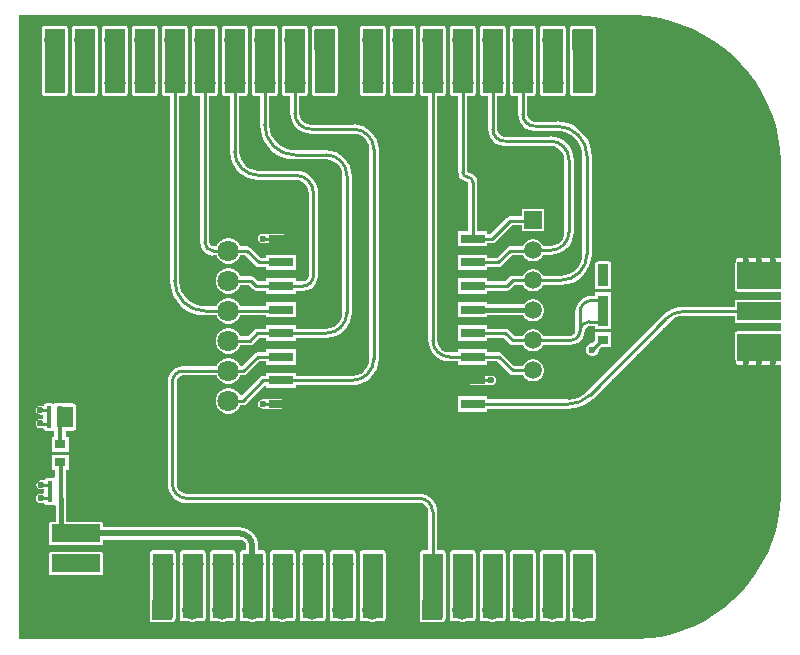
<source format=gtl>
G04*
G04 #@! TF.GenerationSoftware,Altium Limited,Altium Designer,25.6.2 (33)*
G04*
G04 Layer_Physical_Order=1*
G04 Layer_Color=255*
%FSLAX44Y44*%
%MOMM*%
G71*
G04*
G04 #@! TF.SameCoordinates,9B6F8C68-430D-48FD-858A-4A9C4FCAB163*
G04*
G04*
G04 #@! TF.FilePolarity,Positive*
G04*
G01*
G75*
%ADD12C,0.2540*%
%ADD15R,0.8890X0.7620*%
%ADD16R,0.4572X0.6350*%
%ADD17R,3.7000X1.5000*%
%ADD18R,2.0000X0.8000*%
%ADD31C,0.6000*%
%ADD32C,0.5080*%
%ADD33C,0.3810*%
%ADD34R,0.8890X1.8426*%
%ADD35R,0.8892X2.6162*%
%ADD36R,1.6764X5.5228*%
%ADD37R,1.6764X5.4720*%
%ADD38R,3.7000X2.2918*%
%ADD39R,1.3208X1.7780*%
%ADD40R,0.4572X1.7780*%
%ADD41R,0.4572X3.2131*%
%ADD42R,0.4572X3.3651*%
%ADD43R,4.0400X1.5000*%
%ADD44R,1.5000X1.5000*%
%ADD45C,1.5000*%
%ADD46R,1.8000X1.8000*%
%ADD47C,1.8000*%
%ADD48R,1.6764X1.6764*%
%ADD49C,1.6764*%
%ADD50R,1.8000X1.8000*%
%ADD51R,1.5000X1.5000*%
G36*
X519938Y530860D02*
X524958Y530860D01*
X534967Y530072D01*
X544883Y528502D01*
X554645Y526158D01*
X564193Y523056D01*
X573468Y519214D01*
X582414Y514656D01*
X590974Y509410D01*
X599096Y503509D01*
X606730Y496989D01*
X613829Y489890D01*
X620349Y482256D01*
X626250Y474133D01*
X631496Y465573D01*
X636054Y456628D01*
X639896Y447352D01*
X642998Y437804D01*
X645342Y428042D01*
X646912Y418126D01*
X647700Y408117D01*
X647700Y403098D01*
X647700Y403098D01*
X647700Y403098D01*
X647700Y325170D01*
X610928D01*
X609937Y324973D01*
X609097Y324411D01*
X608535Y323571D01*
X608338Y322580D01*
Y299662D01*
X608535Y298671D01*
X609097Y297831D01*
X609937Y297269D01*
X610928Y297072D01*
X647700D01*
Y290202D01*
X608388D01*
Y284047D01*
X564776D01*
Y284087D01*
X560119Y283628D01*
X555641Y282270D01*
X551514Y280064D01*
X547897Y277095D01*
X547925Y277067D01*
X482825Y211966D01*
X482727Y211819D01*
X479593Y209248D01*
X475864Y207255D01*
X471818Y206028D01*
X467784Y205630D01*
X467611Y205665D01*
X399102D01*
Y208320D01*
X374022D01*
Y195240D01*
X399102D01*
Y197895D01*
X467611D01*
Y197880D01*
X472195Y198240D01*
X476665Y199314D01*
X480913Y201073D01*
X484833Y203475D01*
X488329Y206462D01*
X488318Y206473D01*
X553419Y271573D01*
X553467Y271645D01*
X555839Y273591D01*
X558620Y275078D01*
X561638Y275993D01*
X564691Y276294D01*
X564776Y276277D01*
X608388D01*
Y270122D01*
X647700D01*
Y263252D01*
X610928D01*
X609937Y263055D01*
X609097Y262493D01*
X608535Y261653D01*
X608338Y260662D01*
Y237744D01*
X608535Y236753D01*
X609097Y235913D01*
X609937Y235351D01*
X610928Y235154D01*
X647700D01*
X647700Y128524D01*
X647700Y123574D01*
X646923Y113705D01*
X645375Y103927D01*
X643064Y94300D01*
X640004Y84885D01*
X636216Y75739D01*
X631721Y66918D01*
X626549Y58477D01*
X620730Y50468D01*
X614300Y42940D01*
X607300Y35940D01*
X599772Y29510D01*
X591763Y23691D01*
X583322Y18519D01*
X574501Y14024D01*
X565355Y10236D01*
X555939Y7176D01*
X546313Y4865D01*
X536535Y3317D01*
X526666Y2540D01*
X521716Y2540D01*
X2540D01*
Y530860D01*
X519938Y530860D01*
D02*
G37*
%LPC*%
G36*
X488188Y522274D02*
X471424D01*
X470433Y522077D01*
X469593Y521515D01*
X469031Y520675D01*
X468834Y519684D01*
Y464964D01*
X469028Y463990D01*
Y463186D01*
X469557D01*
X469593Y463133D01*
X470433Y462571D01*
X471424Y462374D01*
X488188D01*
X489179Y462571D01*
X490019Y463133D01*
X490055Y463186D01*
X490584D01*
Y463990D01*
X490778Y464964D01*
Y519684D01*
X490581Y520675D01*
X490019Y521515D01*
X489179Y522077D01*
X488188Y522274D01*
D02*
G37*
G36*
X462788D02*
X446024D01*
X445033Y522077D01*
X444193Y521515D01*
X443631Y520675D01*
X443434Y519684D01*
Y464964D01*
X443631Y463973D01*
X444193Y463133D01*
X445033Y462571D01*
X446024Y462374D01*
X462788D01*
X463779Y462571D01*
X464619Y463133D01*
X465181Y463973D01*
X465378Y464964D01*
Y519684D01*
X465181Y520675D01*
X464619Y521515D01*
X463779Y522077D01*
X462788Y522274D01*
D02*
G37*
G36*
X335788D02*
X319024D01*
X318033Y522077D01*
X317193Y521515D01*
X316631Y520675D01*
X316434Y519684D01*
Y464964D01*
X316631Y463973D01*
X317193Y463133D01*
X318033Y462571D01*
X319024Y462374D01*
X335788D01*
X336779Y462571D01*
X337619Y463133D01*
X338181Y463973D01*
X338378Y464964D01*
Y519684D01*
X338181Y520675D01*
X337619Y521515D01*
X336779Y522077D01*
X335788Y522274D01*
D02*
G37*
G36*
X310388D02*
X293624D01*
X292633Y522077D01*
X291793Y521515D01*
X291231Y520675D01*
X291034Y519684D01*
Y464964D01*
X291231Y463973D01*
X291793Y463133D01*
X292633Y462571D01*
X293624Y462374D01*
X310388D01*
X311379Y462571D01*
X312219Y463133D01*
X312781Y463973D01*
X312978Y464964D01*
Y519684D01*
X312781Y520675D01*
X312219Y521515D01*
X311379Y522077D01*
X310388Y522274D01*
D02*
G37*
G36*
X269748D02*
X252984D01*
X251993Y522077D01*
X251153Y521515D01*
X250591Y520675D01*
X250394Y519684D01*
Y464964D01*
X250588Y463989D01*
Y463186D01*
X251117D01*
X251153Y463133D01*
X251993Y462571D01*
X252984Y462374D01*
X269748D01*
X270739Y462571D01*
X271579Y463133D01*
X271615Y463186D01*
X272144D01*
Y463990D01*
X272338Y464964D01*
Y519684D01*
X272141Y520675D01*
X271579Y521515D01*
X270739Y522077D01*
X269748Y522274D01*
D02*
G37*
G36*
X117348D02*
X100584D01*
X99593Y522077D01*
X98753Y521515D01*
X98191Y520675D01*
X97994Y519684D01*
Y464964D01*
X98191Y463973D01*
X98753Y463133D01*
X99593Y462571D01*
X100584Y462374D01*
X117348D01*
X118339Y462571D01*
X119179Y463133D01*
X119740Y463973D01*
X119938Y464964D01*
Y519684D01*
X119740Y520675D01*
X119179Y521515D01*
X118339Y522077D01*
X117348Y522274D01*
D02*
G37*
G36*
X91948D02*
X75184D01*
X74193Y522077D01*
X73353Y521515D01*
X72791Y520675D01*
X72594Y519684D01*
Y464964D01*
X72791Y463973D01*
X73353Y463133D01*
X74193Y462571D01*
X75184Y462374D01*
X91948D01*
X92939Y462571D01*
X93779Y463133D01*
X94341Y463973D01*
X94538Y464964D01*
Y519684D01*
X94341Y520675D01*
X93779Y521515D01*
X92939Y522077D01*
X91948Y522274D01*
D02*
G37*
G36*
X66548D02*
X49784D01*
X48793Y522077D01*
X47953Y521515D01*
X47391Y520675D01*
X47194Y519684D01*
Y464964D01*
X47391Y463973D01*
X47953Y463133D01*
X48793Y462571D01*
X49784Y462374D01*
X66548D01*
X67539Y462571D01*
X68379Y463133D01*
X68941Y463973D01*
X69138Y464964D01*
Y519684D01*
X68941Y520675D01*
X68379Y521515D01*
X67539Y522077D01*
X66548Y522274D01*
D02*
G37*
G36*
X41148D02*
X24384D01*
X23393Y522077D01*
X22553Y521515D01*
X21991Y520675D01*
X21794Y519684D01*
Y464964D01*
X21991Y463973D01*
X22553Y463133D01*
X23393Y462571D01*
X24384Y462374D01*
X41148D01*
X42139Y462571D01*
X42979Y463133D01*
X43541Y463973D01*
X43738Y464964D01*
Y519684D01*
X43541Y520675D01*
X42979Y521515D01*
X42139Y522077D01*
X41148Y522274D01*
D02*
G37*
G36*
X386588D02*
X369824D01*
X368833Y522077D01*
X367993Y521515D01*
X367431Y520675D01*
X367234Y519684D01*
Y464964D01*
X367431Y463973D01*
X367993Y463133D01*
X368833Y462571D01*
X369824Y462374D01*
X374321D01*
Y398272D01*
X374335Y398205D01*
X374605Y396150D01*
X375424Y394173D01*
X376727Y392475D01*
X378425Y391172D01*
X380402Y390353D01*
X382457Y390083D01*
X382524Y390069D01*
Y390025D01*
X382601Y389993D01*
X382633Y389916D01*
X382677D01*
Y348320D01*
X374022D01*
Y335240D01*
X399102D01*
Y337895D01*
X402994D01*
X404481Y338191D01*
X405741Y339033D01*
X419693Y352985D01*
X428364D01*
Y348100D01*
X446920D01*
Y366656D01*
X428364D01*
Y360755D01*
X418084D01*
X416597Y360459D01*
X415337Y359617D01*
X401385Y345665D01*
X399102D01*
Y348320D01*
X390447D01*
Y389916D01*
X390426Y390019D01*
X390170Y391965D01*
X389379Y393874D01*
X388121Y395513D01*
X386482Y396771D01*
X384573Y397562D01*
X382627Y397818D01*
X382524Y397839D01*
Y397860D01*
X382232Y397980D01*
X382112Y398272D01*
X382091D01*
Y462374D01*
X386588D01*
X387579Y462571D01*
X388419Y463133D01*
X388981Y463973D01*
X389178Y464964D01*
Y519684D01*
X388981Y520675D01*
X388419Y521515D01*
X387579Y522077D01*
X386588Y522274D01*
D02*
G37*
G36*
X224562Y345665D02*
X208788D01*
X207301Y345369D01*
X206041Y344527D01*
X205199Y343267D01*
X204903Y341780D01*
X205199Y340293D01*
X206041Y339033D01*
X207301Y338191D01*
X208788Y337895D01*
X224562D01*
X226049Y338191D01*
X227309Y339033D01*
X228151Y340293D01*
X228447Y341780D01*
X228151Y343267D01*
X227309Y344527D01*
X226049Y345369D01*
X224562Y345665D01*
D02*
G37*
G36*
X411988Y522274D02*
X395224D01*
X394233Y522077D01*
X393393Y521515D01*
X392831Y520675D01*
X392634Y519684D01*
Y464964D01*
X392831Y463973D01*
X393393Y463133D01*
X394233Y462571D01*
X395224Y462374D01*
X399721D01*
Y434594D01*
X399675D01*
X400156Y430947D01*
X401563Y427549D01*
X403802Y424631D01*
X406721Y422391D01*
X410119Y420984D01*
X413766Y420504D01*
Y420549D01*
X452374D01*
X452524Y420579D01*
X455457Y420193D01*
X458330Y419003D01*
X460798Y417110D01*
X462691Y414642D01*
X463881Y411769D01*
X464267Y408836D01*
X464237Y408686D01*
Y347472D01*
X464266Y347329D01*
X463887Y344455D01*
X462723Y341644D01*
X460871Y339229D01*
X458456Y337377D01*
X455645Y336213D01*
X452771Y335834D01*
X452628Y335863D01*
X446113D01*
X445066Y337675D01*
X443339Y339402D01*
X441223Y340624D01*
X438863Y341256D01*
X436421D01*
X434061Y340624D01*
X431945Y339402D01*
X430218Y337675D01*
X428996Y335559D01*
X428941Y335355D01*
X418084D01*
X416597Y335059D01*
X415337Y334217D01*
X406785Y325665D01*
X399102D01*
Y328320D01*
X374022D01*
Y315240D01*
X399102D01*
Y317895D01*
X408394D01*
X409881Y318191D01*
X411141Y319033D01*
X419693Y327585D01*
X429465D01*
X430218Y326281D01*
X431945Y324554D01*
X434061Y323332D01*
X436421Y322700D01*
X438863D01*
X441223Y323332D01*
X443339Y324554D01*
X445066Y326281D01*
X446113Y328093D01*
X452628D01*
Y328075D01*
X456412Y328447D01*
X460051Y329551D01*
X463405Y331344D01*
X466344Y333756D01*
X468756Y336695D01*
X470549Y340049D01*
X471653Y343688D01*
X472025Y347472D01*
X472007D01*
Y408686D01*
X472027D01*
X471649Y412520D01*
X470531Y416207D01*
X468715Y419604D01*
X466270Y422583D01*
X463292Y425027D01*
X459895Y426843D01*
X456208Y427961D01*
X452374Y428339D01*
Y428319D01*
X413766D01*
X413591Y428284D01*
X411338Y428732D01*
X409280Y430107D01*
X407904Y432166D01*
X407456Y434419D01*
X407491Y434594D01*
Y462374D01*
X411988D01*
X412979Y462571D01*
X413819Y463133D01*
X414381Y463973D01*
X414578Y464964D01*
Y519684D01*
X414381Y520675D01*
X413819Y521515D01*
X412979Y522077D01*
X411988Y522274D01*
D02*
G37*
G36*
X168148D02*
X151384D01*
X150393Y522077D01*
X149553Y521515D01*
X148991Y520675D01*
X148794Y519684D01*
Y464964D01*
X148991Y463973D01*
X149553Y463133D01*
X150393Y462571D01*
X151384Y462374D01*
X155881D01*
Y338836D01*
X155860D01*
X156244Y335919D01*
X157370Y333200D01*
X159161Y330865D01*
X161496Y329074D01*
X164214Y327948D01*
X167132Y327564D01*
Y327585D01*
X169715D01*
X169788Y327310D01*
X171208Y324852D01*
X173214Y322845D01*
X175672Y321427D01*
X178413Y320692D01*
X181251D01*
X183992Y321427D01*
X186450Y322845D01*
X188456Y324852D01*
X189876Y327310D01*
X189949Y327585D01*
X194123D01*
X202675Y319033D01*
X203935Y318191D01*
X205422Y317895D01*
X212022D01*
Y315240D01*
X237102D01*
Y328320D01*
X212022D01*
Y325665D01*
X207031D01*
X198479Y334217D01*
X197219Y335059D01*
X195732Y335355D01*
X189949D01*
X189876Y335630D01*
X188456Y338088D01*
X186450Y340094D01*
X183992Y341513D01*
X181251Y342248D01*
X178413D01*
X175672Y341513D01*
X173214Y340094D01*
X171208Y338088D01*
X169788Y335630D01*
X169715Y335355D01*
X167132D01*
X167095Y335347D01*
X165794Y335606D01*
X164660Y336364D01*
X163902Y337498D01*
X163643Y338799D01*
X163651Y338836D01*
Y462374D01*
X168148D01*
X169139Y462571D01*
X169979Y463133D01*
X170541Y463973D01*
X170738Y464964D01*
Y519684D01*
X170541Y520675D01*
X169979Y521515D01*
X169139Y522077D01*
X168148Y522274D01*
D02*
G37*
G36*
X437388D02*
X420624D01*
X419633Y522077D01*
X418793Y521515D01*
X418231Y520675D01*
X418034Y519684D01*
Y464964D01*
X418231Y463973D01*
X418793Y463133D01*
X419633Y462571D01*
X420624Y462374D01*
X425121D01*
Y447294D01*
X425075D01*
X425556Y443647D01*
X426963Y440249D01*
X429202Y437331D01*
X432121Y435091D01*
X435519Y433684D01*
X439166Y433204D01*
Y433249D01*
X457962D01*
X458135Y433284D01*
X462169Y432887D01*
X466215Y431659D01*
X469944Y429666D01*
X473212Y426984D01*
X475894Y423716D01*
X477887Y419987D01*
X479114Y415942D01*
X479512Y411907D01*
X479477Y411734D01*
Y328676D01*
X479501Y328557D01*
X479162Y325116D01*
X478124Y321692D01*
X476437Y318538D01*
X474168Y315772D01*
X471403Y313503D01*
X468248Y311816D01*
X464824Y310778D01*
X461384Y310439D01*
X461264Y310463D01*
X446113D01*
X445066Y312275D01*
X443339Y314002D01*
X441223Y315224D01*
X438863Y315856D01*
X436421D01*
X434061Y315224D01*
X431945Y314002D01*
X430218Y312275D01*
X429171Y310463D01*
X420370D01*
X418883Y310167D01*
X417623Y309325D01*
X413963Y305665D01*
X399102D01*
Y308320D01*
X374022D01*
Y295240D01*
X399102D01*
Y297895D01*
X415572D01*
X417059Y298191D01*
X418319Y299033D01*
X421979Y302693D01*
X429171D01*
X430218Y300881D01*
X431945Y299154D01*
X434061Y297932D01*
X436421Y297300D01*
X438863D01*
X441223Y297932D01*
X443339Y299154D01*
X445066Y300881D01*
X446113Y302693D01*
X461264D01*
Y302643D01*
X466343Y303143D01*
X471227Y304624D01*
X475727Y307030D01*
X479672Y310268D01*
X482910Y314213D01*
X485316Y318713D01*
X486797Y323597D01*
X487297Y328676D01*
X487247D01*
Y411734D01*
X487262D01*
X486902Y416318D01*
X485828Y420788D01*
X484069Y425036D01*
X481666Y428956D01*
X478680Y432452D01*
X475184Y435438D01*
X471264Y437841D01*
X467016Y439600D01*
X462546Y440674D01*
X457962Y441034D01*
Y441019D01*
X439166D01*
X438991Y440984D01*
X436738Y441432D01*
X434679Y442808D01*
X433304Y444866D01*
X432856Y447119D01*
X432891Y447294D01*
Y462374D01*
X437388D01*
X438379Y462571D01*
X439219Y463133D01*
X439781Y463973D01*
X439978Y464964D01*
Y519684D01*
X439781Y520675D01*
X439219Y521515D01*
X438379Y522077D01*
X437388Y522274D01*
D02*
G37*
G36*
X193548D02*
X176784D01*
X175793Y522077D01*
X174953Y521515D01*
X174391Y520675D01*
X174194Y519684D01*
Y464964D01*
X174391Y463973D01*
X174953Y463133D01*
X175793Y462571D01*
X176784Y462374D01*
X181281D01*
Y415544D01*
X181241D01*
X181702Y410863D01*
X183067Y406363D01*
X185284Y402215D01*
X188267Y398579D01*
X191903Y395596D01*
X196051Y393379D01*
X200551Y392014D01*
X205232Y391553D01*
Y391593D01*
X236728D01*
X236858Y391619D01*
X239612Y391257D01*
X242300Y390143D01*
X244608Y388372D01*
X246379Y386064D01*
X247493Y383376D01*
X247855Y380622D01*
X247829Y380492D01*
Y310416D01*
X247849Y310316D01*
X247504Y308582D01*
X246466Y307028D01*
X244911Y305990D01*
X243178Y305645D01*
X243078Y305665D01*
X237102D01*
Y308320D01*
X212022D01*
Y305665D01*
X205035D01*
X201883Y308817D01*
X200623Y309659D01*
X199136Y309955D01*
X189949D01*
X189876Y310230D01*
X188456Y312688D01*
X186450Y314694D01*
X183992Y316113D01*
X181251Y316848D01*
X178413D01*
X175672Y316113D01*
X173214Y314694D01*
X171208Y312688D01*
X169788Y310230D01*
X169054Y307489D01*
Y304651D01*
X169788Y301910D01*
X171208Y299452D01*
X173214Y297446D01*
X175672Y296026D01*
X178413Y295292D01*
X181251D01*
X183992Y296026D01*
X186450Y297446D01*
X188456Y299452D01*
X189876Y301910D01*
X189949Y302185D01*
X197527D01*
X200679Y299033D01*
X201939Y298191D01*
X203426Y297895D01*
X212022D01*
Y295240D01*
X237102D01*
Y297895D01*
X243078D01*
Y297863D01*
X246327Y298290D01*
X249355Y299544D01*
X251955Y301539D01*
X253950Y304139D01*
X255204Y307167D01*
X255631Y310416D01*
X255599D01*
Y380492D01*
X255615D01*
X255252Y384177D01*
X254177Y387720D01*
X252432Y390985D01*
X250083Y393847D01*
X247221Y396196D01*
X243956Y397941D01*
X240413Y399016D01*
X236728Y399379D01*
Y399363D01*
X205232D01*
X205146Y399346D01*
X202070Y399648D01*
X199030Y400571D01*
X196228Y402068D01*
X193772Y404084D01*
X191756Y406540D01*
X190259Y409342D01*
X189336Y412382D01*
X189034Y415458D01*
X189051Y415544D01*
Y462374D01*
X193548D01*
X194539Y462571D01*
X195379Y463133D01*
X195940Y463973D01*
X196138Y464964D01*
Y519684D01*
X195940Y520675D01*
X195379Y521515D01*
X194539Y522077D01*
X193548Y522274D01*
D02*
G37*
G36*
X501523Y322513D02*
X492633D01*
X491642Y322316D01*
X490802Y321755D01*
X490240Y320914D01*
X490043Y319923D01*
Y301498D01*
X490093Y301248D01*
Y298958D01*
X492383D01*
X492633Y298908D01*
X501523D01*
X501773Y298958D01*
X504063D01*
Y301248D01*
X504113Y301498D01*
Y319923D01*
X503916Y320914D01*
X503354Y321755D01*
X502514Y322316D01*
X501523Y322513D01*
D02*
G37*
G36*
X501525Y296468D02*
X492633D01*
X492383Y296418D01*
X490093D01*
Y294128D01*
X490043Y293878D01*
Y293445D01*
X487426D01*
Y293488D01*
X483845Y293017D01*
X480509Y291635D01*
X477644Y289436D01*
X475445Y286571D01*
X474063Y283235D01*
X473592Y279654D01*
X473635D01*
Y264088D01*
X473611Y263906D01*
X473611D01*
X473428Y262712D01*
X473340Y262271D01*
X472414Y260884D01*
X471027Y259958D01*
X469467Y259648D01*
X469392Y259663D01*
X446113D01*
X445066Y261475D01*
X443339Y263202D01*
X441223Y264424D01*
X438863Y265056D01*
X436421D01*
X434061Y264424D01*
X431945Y263202D01*
X430218Y261475D01*
X429171Y259663D01*
X421979D01*
X417115Y264527D01*
X415855Y265369D01*
X414368Y265665D01*
X399102D01*
Y268320D01*
X374022D01*
Y255240D01*
X399102D01*
Y257895D01*
X412759D01*
X417623Y253031D01*
X418883Y252189D01*
X420370Y251893D01*
X429171D01*
X430218Y250081D01*
X431945Y248354D01*
X434061Y247132D01*
X436421Y246500D01*
X438863D01*
X441223Y247132D01*
X443339Y248354D01*
X445066Y250081D01*
X446113Y251893D01*
X469392D01*
Y251865D01*
X472509Y252275D01*
X475412Y253478D01*
X477906Y255392D01*
X479820Y257885D01*
X481023Y260790D01*
X481433Y263906D01*
X481433D01*
X481622Y265098D01*
X481671Y265343D01*
X482485Y266561D01*
X483703Y267375D01*
X485090Y267651D01*
X485140Y267641D01*
X490058D01*
X490095Y267458D01*
Y265176D01*
X492383D01*
X492633Y265126D01*
X501525D01*
X501775Y265176D01*
X504065D01*
Y267466D01*
X504114Y267716D01*
Y293878D01*
X504063Y294136D01*
Y296418D01*
X501775D01*
X501525Y296468D01*
D02*
G37*
G36*
X438863Y290456D02*
X436421D01*
X434061Y289824D01*
X431945Y288602D01*
X430218Y286875D01*
X429893Y286312D01*
X399102D01*
Y288320D01*
X374022D01*
Y275240D01*
X399102D01*
Y277248D01*
X429198D01*
X430218Y275481D01*
X431945Y273754D01*
X434061Y272532D01*
X436421Y271900D01*
X438863D01*
X441223Y272532D01*
X443339Y273754D01*
X445066Y275481D01*
X446288Y277597D01*
X446920Y279956D01*
Y282400D01*
X446288Y284759D01*
X445066Y286875D01*
X443339Y288602D01*
X441223Y289824D01*
X438863Y290456D01*
D02*
G37*
G36*
X142748Y522274D02*
X125984D01*
X124993Y522077D01*
X124153Y521515D01*
X123591Y520675D01*
X123394Y519684D01*
Y464964D01*
X123591Y463973D01*
X124153Y463133D01*
X124993Y462571D01*
X125984Y462374D01*
X130481D01*
Y306070D01*
X130466D01*
X130826Y301486D01*
X131900Y297016D01*
X133659Y292768D01*
X136062Y288848D01*
X139048Y285352D01*
X142544Y282366D01*
X146464Y279963D01*
X150712Y278204D01*
X155182Y277130D01*
X159766Y276770D01*
Y276785D01*
X169715D01*
X169788Y276510D01*
X171208Y274052D01*
X173214Y272045D01*
X175672Y270627D01*
X178413Y269892D01*
X181251D01*
X183992Y270627D01*
X186450Y272045D01*
X188456Y274052D01*
X189876Y276510D01*
X189949Y276785D01*
X212022D01*
Y275240D01*
X237102D01*
Y288320D01*
X212022D01*
Y284555D01*
X189949D01*
X189876Y284830D01*
X188456Y287288D01*
X186450Y289294D01*
X183992Y290714D01*
X181251Y291448D01*
X178413D01*
X175672Y290714D01*
X173214Y289294D01*
X171208Y287288D01*
X169788Y284830D01*
X169715Y284555D01*
X159766D01*
X159593Y284520D01*
X155559Y284918D01*
X151513Y286145D01*
X147784Y288138D01*
X144516Y290820D01*
X141834Y294088D01*
X139841Y297817D01*
X138614Y301863D01*
X138216Y305897D01*
X138251Y306070D01*
Y462374D01*
X142748D01*
X143739Y462571D01*
X144579Y463133D01*
X145140Y463973D01*
X145338Y464964D01*
Y519684D01*
X145140Y520675D01*
X144579Y521515D01*
X143739Y522077D01*
X142748Y522274D01*
D02*
G37*
G36*
X218948D02*
X202184D01*
X201193Y522077D01*
X200353Y521515D01*
X199791Y520675D01*
X199594Y519684D01*
Y464964D01*
X199791Y463973D01*
X200353Y463133D01*
X201193Y462571D01*
X202184Y462374D01*
X206681D01*
Y438150D01*
X206666D01*
X207026Y433566D01*
X208100Y429096D01*
X209859Y424848D01*
X212262Y420928D01*
X215248Y417432D01*
X218744Y414446D01*
X222664Y412043D01*
X226912Y410284D01*
X231382Y409210D01*
X235966Y408850D01*
Y408865D01*
X262636D01*
X262832Y408904D01*
X266183Y408463D01*
X269489Y407094D01*
X272328Y404916D01*
X274506Y402077D01*
X275875Y398771D01*
X276316Y395420D01*
X276277Y395224D01*
Y279306D01*
X276316Y279110D01*
X275875Y275759D01*
X274506Y272453D01*
X272328Y269614D01*
X269489Y267436D01*
X266183Y266067D01*
X262832Y265626D01*
X262636Y265665D01*
X237102D01*
Y268320D01*
X212022D01*
Y265665D01*
X204376D01*
X202889Y265369D01*
X201629Y264527D01*
X196257Y259155D01*
X189949D01*
X189876Y259430D01*
X188456Y261888D01*
X186450Y263895D01*
X183992Y265313D01*
X181251Y266048D01*
X178413D01*
X175672Y265313D01*
X173214Y263895D01*
X171208Y261888D01*
X169788Y259430D01*
X169054Y256689D01*
Y253851D01*
X169788Y251110D01*
X171208Y248652D01*
X173214Y246646D01*
X175672Y245226D01*
X178413Y244492D01*
X181251D01*
X183992Y245226D01*
X186450Y246646D01*
X188456Y248652D01*
X189876Y251110D01*
X189949Y251385D01*
X197866D01*
X199353Y251681D01*
X200613Y252523D01*
X205985Y257895D01*
X212022D01*
Y255240D01*
X237102D01*
Y257895D01*
X262636D01*
Y257867D01*
X266819Y258279D01*
X270840Y259499D01*
X274547Y261480D01*
X277796Y264146D01*
X280462Y267395D01*
X282443Y271102D01*
X283663Y275123D01*
X284075Y279306D01*
X284047D01*
Y395224D01*
X284075D01*
X283663Y399407D01*
X282443Y403428D01*
X280462Y407135D01*
X277796Y410384D01*
X274547Y413050D01*
X270840Y415031D01*
X266819Y416251D01*
X262636Y416663D01*
Y416635D01*
X235966D01*
X235793Y416600D01*
X231758Y416997D01*
X227713Y418225D01*
X223984Y420218D01*
X220716Y422900D01*
X218034Y426168D01*
X216041Y429897D01*
X214813Y433942D01*
X214416Y437977D01*
X214451Y438150D01*
Y462374D01*
X218948D01*
X219939Y462571D01*
X220779Y463133D01*
X221341Y463973D01*
X221538Y464964D01*
Y519684D01*
X221341Y520675D01*
X220779Y521515D01*
X219939Y522077D01*
X218948Y522274D01*
D02*
G37*
G36*
X504065Y262636D02*
X490095D01*
Y255430D01*
X487832Y253167D01*
X486860D01*
X484824Y252324D01*
X483265Y250765D01*
X482422Y248729D01*
Y246525D01*
X483265Y244489D01*
X484824Y242931D01*
X486860Y242087D01*
X489064D01*
X491100Y242931D01*
X492659Y244489D01*
X493502Y246525D01*
Y247850D01*
X495588Y249936D01*
X504065D01*
Y262636D01*
D02*
G37*
G36*
X237102Y248320D02*
X212022D01*
Y245665D01*
X204428D01*
X202941Y245369D01*
X201681Y244527D01*
X191167Y234012D01*
X190521Y234021D01*
X189804Y234154D01*
X188456Y236488D01*
X186450Y238494D01*
X183992Y239914D01*
X181251Y240648D01*
X178413D01*
X175672Y239914D01*
X173214Y238494D01*
X171208Y236488D01*
X169788Y234030D01*
X169715Y233755D01*
X141732D01*
Y233794D01*
X138284Y233340D01*
X135071Y232009D01*
X132312Y229892D01*
X130195Y227133D01*
X128864Y223920D01*
X128410Y220472D01*
X128449D01*
Y134366D01*
X128445D01*
X128759Y131179D01*
X129689Y128115D01*
X131198Y125291D01*
X133230Y122816D01*
X135705Y120784D01*
X138529Y119275D01*
X141593Y118345D01*
X144780Y118031D01*
Y118035D01*
X341630D01*
X341654Y118040D01*
X343453Y117803D01*
X345153Y117099D01*
X346612Y115980D01*
X347731Y114521D01*
X348435Y112821D01*
X348543Y112005D01*
X348565Y110744D01*
X348859Y110036D01*
X348921Y109721D01*
Y78138D01*
X344424D01*
X343433Y77941D01*
X342593Y77379D01*
X342032Y76539D01*
X341834Y75548D01*
Y20320D01*
X342032Y19329D01*
X342392Y18789D01*
Y17526D01*
X362712D01*
Y18283D01*
X363019Y18489D01*
X363581Y19329D01*
X363778Y20320D01*
Y75548D01*
X363581Y76539D01*
X363019Y77379D01*
X362179Y77941D01*
X361188Y78138D01*
X356691D01*
Y110744D01*
X356696D01*
X356380Y112330D01*
X356289Y112467D01*
X356149Y113886D01*
X355307Y116663D01*
X353938Y119222D01*
X352098Y121466D01*
X349854Y123307D01*
X347295Y124675D01*
X344518Y125517D01*
X341664Y125798D01*
X341630Y125805D01*
X144780D01*
X144716Y125792D01*
X142559Y126076D01*
X140489Y126933D01*
X138711Y128297D01*
X137347Y130075D01*
X136490Y132145D01*
X136206Y134302D01*
X136219Y134366D01*
Y220472D01*
X136191Y220609D01*
X136588Y222603D01*
X137795Y224409D01*
X139601Y225616D01*
X141595Y226013D01*
X141732Y225985D01*
X169715D01*
X169788Y225710D01*
X171208Y223252D01*
X173214Y221245D01*
X175672Y219827D01*
X178413Y219092D01*
X181251D01*
X183992Y219827D01*
X186450Y221245D01*
X188456Y223252D01*
X189876Y225710D01*
X189949Y225985D01*
X192518D01*
X194005Y226281D01*
X195265Y227123D01*
X206037Y237895D01*
X212022D01*
Y235240D01*
X237102D01*
Y248320D01*
D02*
G37*
G36*
X244348Y522274D02*
X227584D01*
X226593Y522077D01*
X225753Y521515D01*
X225191Y520675D01*
X224994Y519684D01*
Y464964D01*
X225191Y463973D01*
X225753Y463133D01*
X226593Y462571D01*
X227584Y462374D01*
X232081D01*
Y448056D01*
X232072D01*
X232406Y444670D01*
X233393Y441414D01*
X234997Y438414D01*
X237156Y435784D01*
X239786Y433625D01*
X242786Y432021D01*
X246042Y431034D01*
X249428Y430700D01*
Y430709D01*
X285750D01*
X285940Y430747D01*
X289231Y430314D01*
X292475Y428970D01*
X295261Y426833D01*
X297398Y424047D01*
X298742Y420803D01*
X299175Y417512D01*
X299137Y417322D01*
Y240322D01*
X299182Y240099D01*
X298709Y236509D01*
X297237Y232957D01*
X294896Y229906D01*
X291845Y227565D01*
X288293Y226093D01*
X284703Y225620D01*
X284480Y225665D01*
X237102D01*
Y228320D01*
X212022D01*
Y225665D01*
X209392D01*
X207905Y225369D01*
X206645Y224527D01*
X191091Y208973D01*
X190920Y208925D01*
X189550Y209193D01*
X188456Y211088D01*
X186450Y213095D01*
X183992Y214513D01*
X181251Y215248D01*
X178413D01*
X175672Y214513D01*
X173214Y213095D01*
X171208Y211088D01*
X169788Y208630D01*
X169054Y205889D01*
Y203051D01*
X169788Y200310D01*
X171208Y197852D01*
X173214Y195846D01*
X175672Y194426D01*
X178413Y193692D01*
X181251D01*
X183992Y194426D01*
X186450Y195846D01*
X188456Y197852D01*
X189876Y200310D01*
X189949Y200585D01*
X192082D01*
X193569Y200881D01*
X194829Y201723D01*
X210752Y217646D01*
X212022Y217294D01*
Y215240D01*
X237102D01*
Y217895D01*
X284480D01*
Y217862D01*
X288862Y218293D01*
X293075Y219571D01*
X296958Y221647D01*
X300362Y224440D01*
X303155Y227844D01*
X305231Y231727D01*
X306509Y235940D01*
X306940Y240322D01*
X306907D01*
Y417322D01*
X306934D01*
X306527Y421455D01*
X305322Y425429D01*
X303364Y429091D01*
X300729Y432301D01*
X297519Y434936D01*
X293857Y436894D01*
X289883Y438099D01*
X285750Y438506D01*
Y438479D01*
X249428D01*
X249338Y438461D01*
X246942Y438776D01*
X244624Y439736D01*
X242635Y441263D01*
X241108Y443252D01*
X240148Y445569D01*
X239833Y447966D01*
X239851Y448056D01*
Y462374D01*
X244348D01*
X245339Y462571D01*
X246179Y463133D01*
X246740Y463973D01*
X246938Y464964D01*
Y519684D01*
X246740Y520675D01*
X246179Y521515D01*
X245339Y522077D01*
X244348Y522274D01*
D02*
G37*
G36*
X361188D02*
X344424D01*
X343433Y522077D01*
X342593Y521515D01*
X342031Y520675D01*
X341834Y519684D01*
Y464964D01*
X342031Y463973D01*
X342593Y463133D01*
X343433Y462571D01*
X344424Y462374D01*
X348921D01*
Y255778D01*
X348910D01*
X349253Y252292D01*
X350270Y248941D01*
X351921Y245852D01*
X354143Y243145D01*
X356850Y240923D01*
X359939Y239272D01*
X363290Y238255D01*
X366776Y237912D01*
Y237923D01*
X374022D01*
Y235240D01*
X399102D01*
Y237895D01*
X407359D01*
X417623Y227631D01*
X418883Y226789D01*
X420370Y226493D01*
X429171D01*
X430218Y224681D01*
X431945Y222954D01*
X434061Y221732D01*
X436421Y221100D01*
X438863D01*
X441223Y221732D01*
X443339Y222954D01*
X445066Y224681D01*
X446288Y226797D01*
X446920Y229156D01*
Y231600D01*
X446288Y233959D01*
X445066Y236075D01*
X443339Y237802D01*
X441223Y239024D01*
X438863Y239656D01*
X436421D01*
X434061Y239024D01*
X431945Y237802D01*
X430218Y236075D01*
X429171Y234263D01*
X421979D01*
X411715Y244527D01*
X410455Y245369D01*
X408968Y245665D01*
X399102D01*
Y248320D01*
X374022D01*
Y245693D01*
X366776D01*
X366673Y245672D01*
X364157Y246003D01*
X361716Y247014D01*
X359620Y248622D01*
X358012Y250718D01*
X357001Y253159D01*
X356670Y255674D01*
X356691Y255778D01*
Y462374D01*
X361188D01*
X362179Y462571D01*
X363019Y463133D01*
X363581Y463973D01*
X363778Y464964D01*
Y519684D01*
X363581Y520675D01*
X363019Y521515D01*
X362179Y522077D01*
X361188Y522274D01*
D02*
G37*
G36*
X402336Y225665D02*
X386562D01*
X385075Y225369D01*
X383815Y224527D01*
X382973Y223267D01*
X382677Y221780D01*
X382973Y220293D01*
X383815Y219033D01*
X385075Y218191D01*
X386562Y217895D01*
X402145D01*
X402336Y217857D01*
X403823Y218153D01*
X405083Y218995D01*
X405925Y220255D01*
X406221Y221742D01*
Y221780D01*
X405925Y223267D01*
X405083Y224527D01*
X403823Y225369D01*
X402336Y225665D01*
D02*
G37*
G36*
X46314Y202386D02*
X44110D01*
X44049Y202361D01*
X35052D01*
X34802Y202311D01*
X32512D01*
X32512Y202311D01*
Y202311D01*
X31242Y202147D01*
X31217Y202164D01*
X30226Y202361D01*
X25654D01*
X24663Y202164D01*
X23823Y201602D01*
X23261Y200762D01*
X23205Y200481D01*
X20704D01*
X19217Y200185D01*
X17957Y199343D01*
X17115Y198083D01*
X16819Y196596D01*
X17115Y195109D01*
X17957Y193849D01*
X19217Y193007D01*
X20704Y192711D01*
X23064D01*
Y189052D01*
X20405D01*
X18919Y188757D01*
X17658Y187915D01*
X16816Y186654D01*
X16521Y185168D01*
X16816Y183681D01*
X17658Y182421D01*
X18919Y181579D01*
X20405Y181283D01*
X23205D01*
X23261Y181000D01*
X23823Y180160D01*
X24663Y179598D01*
X25654Y179401D01*
X30226D01*
X31192Y179593D01*
X31217Y179598D01*
X32462Y178903D01*
Y173990D01*
X30607D01*
Y171700D01*
X30557Y171450D01*
Y163830D01*
X30607Y163580D01*
Y161290D01*
X32897D01*
X33147Y161240D01*
X42037D01*
X42287Y161290D01*
X44577D01*
Y163580D01*
X44627Y163830D01*
Y171450D01*
X44577Y171700D01*
Y173990D01*
X42287D01*
X42214Y174005D01*
Y179401D01*
X48260D01*
X49251Y179598D01*
X50091Y180160D01*
X50653Y181000D01*
X50850Y181991D01*
Y199771D01*
X50653Y200762D01*
X50091Y201602D01*
X49251Y202164D01*
X48260Y202361D01*
X46375D01*
X46314Y202386D01*
D02*
G37*
G36*
X224562Y205665D02*
X208788D01*
X207301Y205369D01*
X206041Y204527D01*
X205199Y203267D01*
X204903Y201780D01*
X205199Y200293D01*
X206041Y199033D01*
X207301Y198191D01*
X208788Y197895D01*
X224562D01*
X226049Y198191D01*
X227309Y199033D01*
X228151Y200293D01*
X228447Y201780D01*
X228151Y203267D01*
X227309Y204527D01*
X226049Y205369D01*
X224562Y205665D01*
D02*
G37*
G36*
X42037Y158800D02*
X33147D01*
X32897Y158750D01*
X30607D01*
Y156460D01*
X30557Y156210D01*
Y148590D01*
X30607Y148340D01*
Y146050D01*
X32836D01*
Y139617D01*
X31591Y138921D01*
X31566Y138926D01*
X30600Y139119D01*
X26028D01*
X25037Y138921D01*
X24197Y138360D01*
X23635Y137520D01*
X23579Y137239D01*
X21078D01*
X19591Y136943D01*
X18331Y136101D01*
X17489Y134840D01*
X17193Y133354D01*
X17489Y131867D01*
X18331Y130607D01*
X19591Y129765D01*
X21078Y129469D01*
X23438D01*
Y126903D01*
X22168Y125848D01*
X22128Y125850D01*
X21078Y126165D01*
X19905Y125875D01*
X19341Y125763D01*
X18081Y124921D01*
X17239Y123661D01*
X16943Y122174D01*
X16938D01*
X17254Y120590D01*
X18151Y119247D01*
X19494Y118349D01*
X21078Y118034D01*
Y118039D01*
X23579D01*
X23635Y117758D01*
X24197Y116918D01*
X25037Y116356D01*
X26028Y116159D01*
X30600D01*
X31591Y116356D01*
X31616Y116373D01*
X32886Y116209D01*
X33568Y115221D01*
Y102292D01*
X30600D01*
X29609Y102095D01*
X28769Y101533D01*
X28207Y100693D01*
X28010Y99702D01*
Y84702D01*
X28207Y83711D01*
X28769Y82871D01*
X29609Y82309D01*
X30600Y82112D01*
X71000D01*
X71991Y82309D01*
X72831Y82871D01*
X73393Y83711D01*
X73590Y84702D01*
Y87022D01*
X189484D01*
X189671Y87060D01*
X191516Y86693D01*
X193238Y85542D01*
X194389Y83820D01*
X194756Y81975D01*
X194718Y81788D01*
Y78138D01*
X192024D01*
X191033Y77941D01*
X190193Y77379D01*
X189631Y76539D01*
X189434Y75548D01*
Y20320D01*
X189631Y19329D01*
X190193Y18489D01*
X191033Y17927D01*
X192024Y17730D01*
X198052D01*
X198814Y17526D01*
X201490D01*
X202252Y17730D01*
X208788D01*
X209779Y17927D01*
X210619Y18489D01*
X211181Y19329D01*
X211378Y20320D01*
Y75548D01*
X211181Y76539D01*
X210619Y77379D01*
X209779Y77941D01*
X208788Y78138D01*
X205077D01*
Y81788D01*
X205029Y82032D01*
X204754Y84825D01*
X203868Y87746D01*
X202429Y90438D01*
X200493Y92797D01*
X198134Y94733D01*
X195442Y96172D01*
X192521Y97058D01*
X189728Y97333D01*
X189484Y97381D01*
X73590D01*
Y99702D01*
X73393Y100693D01*
X72831Y101533D01*
X71991Y102095D01*
X71000Y102292D01*
X42632D01*
Y121536D01*
X42588Y121759D01*
Y146050D01*
X44577D01*
Y148340D01*
X44627Y148590D01*
Y156210D01*
X44577Y156460D01*
Y158750D01*
X42287D01*
X42037Y158800D01*
D02*
G37*
G36*
X71000Y76892D02*
X30600D01*
X29609Y76695D01*
X28769Y76133D01*
X28207Y75293D01*
X28010Y74302D01*
Y59302D01*
X28207Y58311D01*
X28769Y57471D01*
X29609Y56909D01*
X30600Y56712D01*
X71000D01*
X71991Y56909D01*
X72831Y57471D01*
X73393Y58311D01*
X73590Y59302D01*
Y74302D01*
X73393Y75293D01*
X72831Y76133D01*
X71991Y76695D01*
X71000Y76892D01*
D02*
G37*
G36*
X284988Y78138D02*
X268224D01*
X267233Y77941D01*
X266393Y77379D01*
X265831Y76539D01*
X265634Y75548D01*
Y20320D01*
X265831Y19329D01*
X266393Y18489D01*
X267233Y17927D01*
X268224Y17730D01*
X284988D01*
X285979Y17927D01*
X286819Y18489D01*
X287381Y19329D01*
X287578Y20320D01*
Y75548D01*
X287381Y76539D01*
X286819Y77379D01*
X285979Y77941D01*
X284988Y78138D01*
D02*
G37*
G36*
X259588D02*
X242824D01*
X241833Y77941D01*
X240993Y77379D01*
X240431Y76539D01*
X240234Y75548D01*
Y20320D01*
X240431Y19329D01*
X240993Y18489D01*
X241833Y17927D01*
X242824Y17730D01*
X259588D01*
X260579Y17927D01*
X261419Y18489D01*
X261981Y19329D01*
X262178Y20320D01*
Y75548D01*
X261981Y76539D01*
X261419Y77379D01*
X260579Y77941D01*
X259588Y78138D01*
D02*
G37*
G36*
X488188D02*
X471424D01*
X470433Y77941D01*
X469593Y77379D01*
X469031Y76539D01*
X468834Y75548D01*
Y20320D01*
X469031Y19329D01*
X469593Y18489D01*
X470433Y17927D01*
X471424Y17730D01*
X477452D01*
X478214Y17526D01*
X480890D01*
X481652Y17730D01*
X488188D01*
X489179Y17927D01*
X490019Y18489D01*
X490581Y19329D01*
X490778Y20320D01*
Y75548D01*
X490581Y76539D01*
X490019Y77379D01*
X489179Y77941D01*
X488188Y78138D01*
D02*
G37*
G36*
X462788D02*
X446024D01*
X445033Y77941D01*
X444193Y77379D01*
X443632Y76539D01*
X443434Y75548D01*
Y20320D01*
X443632Y19329D01*
X444193Y18489D01*
X445033Y17927D01*
X446024Y17730D01*
X452052D01*
X452814Y17526D01*
X455490D01*
X456252Y17730D01*
X462788D01*
X463779Y17927D01*
X464619Y18489D01*
X465181Y19329D01*
X465378Y20320D01*
Y75548D01*
X465181Y76539D01*
X464619Y77379D01*
X463779Y77941D01*
X462788Y78138D01*
D02*
G37*
G36*
X437388D02*
X420624D01*
X419633Y77941D01*
X418793Y77379D01*
X418232Y76539D01*
X418034Y75548D01*
Y20320D01*
X418232Y19329D01*
X418793Y18489D01*
X419633Y17927D01*
X420624Y17730D01*
X426652D01*
X427414Y17526D01*
X430090D01*
X430852Y17730D01*
X437388D01*
X438379Y17927D01*
X439219Y18489D01*
X439781Y19329D01*
X439978Y20320D01*
Y75548D01*
X439781Y76539D01*
X439219Y77379D01*
X438379Y77941D01*
X437388Y78138D01*
D02*
G37*
G36*
X411988D02*
X395224D01*
X394233Y77941D01*
X393393Y77379D01*
X392831Y76539D01*
X392634Y75548D01*
Y20320D01*
X392831Y19329D01*
X393393Y18489D01*
X394233Y17927D01*
X395224Y17730D01*
X401252D01*
X402014Y17526D01*
X404690D01*
X405452Y17730D01*
X411988D01*
X412979Y17927D01*
X413819Y18489D01*
X414381Y19329D01*
X414578Y20320D01*
Y75548D01*
X414381Y76539D01*
X413819Y77379D01*
X412979Y77941D01*
X411988Y78138D01*
D02*
G37*
G36*
X386588D02*
X369824D01*
X368833Y77941D01*
X367993Y77379D01*
X367431Y76539D01*
X367234Y75548D01*
Y20320D01*
X367431Y19329D01*
X367993Y18489D01*
X368833Y17927D01*
X369824Y17730D01*
X375852D01*
X376614Y17526D01*
X379290D01*
X380052Y17730D01*
X386588D01*
X387579Y17927D01*
X388419Y18489D01*
X388981Y19329D01*
X389178Y20320D01*
Y75548D01*
X388981Y76539D01*
X388419Y77379D01*
X387579Y77941D01*
X386588Y78138D01*
D02*
G37*
G36*
X310388D02*
X293624D01*
X292633Y77941D01*
X291793Y77379D01*
X291757Y77326D01*
X291228D01*
Y76522D01*
X291034Y75548D01*
Y20320D01*
X291231Y19329D01*
X291793Y18489D01*
X292633Y17927D01*
X293624Y17730D01*
X299652D01*
X300414Y17526D01*
X303090D01*
X303852Y17730D01*
X310388D01*
X311379Y17927D01*
X312219Y18489D01*
X312781Y19329D01*
X312978Y20320D01*
Y75548D01*
X312784Y76523D01*
Y77326D01*
X312255D01*
X312219Y77379D01*
X311379Y77941D01*
X310388Y78138D01*
D02*
G37*
G36*
X234188D02*
X217424D01*
X216433Y77941D01*
X215593Y77379D01*
X215031Y76539D01*
X214834Y75548D01*
Y20320D01*
X215031Y19329D01*
X215593Y18489D01*
X216433Y17927D01*
X217424Y17730D01*
X223452D01*
X224214Y17526D01*
X226889D01*
X227652Y17730D01*
X234188D01*
X235179Y17927D01*
X236019Y18489D01*
X236581Y19329D01*
X236778Y20320D01*
Y75548D01*
X236581Y76539D01*
X236019Y77379D01*
X235179Y77941D01*
X234188Y78138D01*
D02*
G37*
G36*
X183388D02*
X166624D01*
X165633Y77941D01*
X164793Y77379D01*
X164231Y76539D01*
X164034Y75548D01*
Y20320D01*
X164231Y19329D01*
X164793Y18489D01*
X165633Y17927D01*
X166624Y17730D01*
X172652D01*
X173414Y17526D01*
X176089D01*
X176852Y17730D01*
X183388D01*
X184379Y17927D01*
X185219Y18489D01*
X185781Y19329D01*
X185978Y20320D01*
Y75548D01*
X185781Y76539D01*
X185219Y77379D01*
X184379Y77941D01*
X183388Y78138D01*
D02*
G37*
G36*
X157988D02*
X141224D01*
X140233Y77941D01*
X139393Y77379D01*
X138831Y76539D01*
X138634Y75548D01*
Y20320D01*
X138831Y19329D01*
X139393Y18489D01*
X140233Y17927D01*
X141224Y17730D01*
X147252D01*
X148014Y17526D01*
X150689D01*
X151452Y17730D01*
X157988D01*
X158979Y17927D01*
X159819Y18489D01*
X160381Y19329D01*
X160578Y20320D01*
Y75548D01*
X160381Y76539D01*
X159819Y77379D01*
X158979Y77941D01*
X157988Y78138D01*
D02*
G37*
G36*
X132588D02*
X115824D01*
X114833Y77941D01*
X113993Y77379D01*
X113431Y76539D01*
X113234Y75548D01*
Y20320D01*
X113431Y19329D01*
X113792Y18789D01*
Y17526D01*
X134112D01*
Y18283D01*
X134419Y18489D01*
X134981Y19329D01*
X135178Y20320D01*
Y75548D01*
X134981Y76539D01*
X134419Y77379D01*
X133579Y77941D01*
X132588Y78138D01*
D02*
G37*
%LPD*%
D12*
X485140Y271526D02*
G03*
X477520Y263906I0J-7620D01*
G01*
X496570Y289560D02*
G03*
X497078Y290068I0J508D01*
G01*
X487426Y289560D02*
G03*
X477520Y279654I0J-9906D01*
G01*
X469392Y255778D02*
G03*
X477520Y263906I0J8128D01*
G01*
X461264Y306578D02*
G03*
X483362Y328676I0J22098D01*
G01*
Y411734D02*
G03*
X457962Y437134I-25400J0D01*
G01*
X429006Y447294D02*
G03*
X439166Y437134I10160J0D01*
G01*
X452628Y331978D02*
G03*
X468122Y347472I0J15494D01*
G01*
Y408686D02*
G03*
X452374Y424434I-15748J0D01*
G01*
X403606Y434594D02*
G03*
X413766Y424434I10160J0D01*
G01*
X141732Y229870D02*
G03*
X132334Y220472I0J-9398D01*
G01*
Y134366D02*
G03*
X144780Y121920I12446J0D01*
G01*
X352552Y110998D02*
G03*
X341630Y121920I-10922J0D01*
G01*
X352806Y110744D02*
G03*
X352552Y110998I-254J0D01*
G01*
X134366Y306070D02*
G03*
X159766Y280670I25400J0D01*
G01*
Y338836D02*
G03*
X167132Y331470I7366J0D01*
G01*
X303022Y417322D02*
G03*
X285750Y434594I-17272J0D01*
G01*
X284480Y221780D02*
G03*
X303022Y240322I0J18542D01*
G01*
X262636Y261780D02*
G03*
X280162Y279306I0J17526D01*
G01*
Y395224D02*
G03*
X262636Y412750I-17526J0D01*
G01*
X251714Y380492D02*
G03*
X236728Y395478I-14986J0D01*
G01*
X185166Y415544D02*
G03*
X205232Y395478I20066J0D01*
G01*
X243078Y301780D02*
G03*
X251714Y310416I0J8636D01*
G01*
X210566Y438150D02*
G03*
X235966Y412750I25400J0D01*
G01*
Y448056D02*
G03*
X249428Y434594I13462J0D01*
G01*
X352806Y255778D02*
G03*
X366776Y241808I13970J0D01*
G01*
X20828Y122174D02*
G03*
X21078Y121924I250J0D01*
G01*
X386562Y389916D02*
G03*
X382524Y393954I-4038J0D01*
G01*
X378206Y398272D02*
G03*
X382524Y393954I4318J0D01*
G01*
X564776Y280162D02*
G03*
X550672Y274320I0J-19946D01*
G01*
X467611Y201780D02*
G03*
X485572Y209219I0J25400D01*
G01*
X487962Y247627D02*
Y247803D01*
X496445Y256286D01*
X497080D01*
X485140Y271526D02*
X497080D01*
X487426Y289560D02*
X496570D01*
X477520Y263906D02*
Y279654D01*
X437642Y255778D02*
X469392D01*
X437642Y306578D02*
X461264D01*
X483362Y328676D02*
Y411734D01*
X439166Y437134D02*
X457962D01*
X429006Y447294D02*
Y473964D01*
X437642Y331978D02*
X452628D01*
X468122Y347472D02*
Y408686D01*
X413766Y424434D02*
X452374D01*
X403606Y434594D02*
Y473964D01*
X420370Y306578D02*
X437642D01*
X415572Y301780D02*
X420370Y306578D01*
X386562Y301780D02*
X415572D01*
X141732Y229870D02*
X179832D01*
X132334Y134366D02*
Y220472D01*
X144780Y121920D02*
X341630D01*
X352806Y66913D02*
Y110744D01*
X159766Y280670D02*
X179832D01*
X134366Y306070D02*
Y473964D01*
X167132Y331470D02*
X179832D01*
X159766Y338836D02*
Y473964D01*
X420370Y230378D02*
X437642D01*
X408968Y241780D02*
X420370Y230378D01*
X386562Y241780D02*
X408968D01*
X420370Y255778D02*
X437642D01*
X414368Y261780D02*
X420370Y255778D01*
X386562Y261780D02*
X414368D01*
X418084Y331470D02*
X437642D01*
X408394Y321780D02*
X418084Y331470D01*
X386562Y321780D02*
X408394D01*
X418084Y356870D02*
X437642D01*
X402994Y341780D02*
X418084Y356870D01*
X386562Y341780D02*
X402994D01*
X179832Y331470D02*
X195732D01*
X205422Y321780D02*
X224562D01*
X195732Y331470D02*
X205422Y321780D01*
X179832Y306070D02*
X199136D01*
X203426Y301780D02*
X224562D01*
X199136Y306070D02*
X203426Y301780D01*
X197866Y255270D02*
X204376Y261780D01*
X179832Y255270D02*
X197866D01*
X204376Y261780D02*
X224562D01*
X179832Y229870D02*
X192518D01*
X204428Y241780D01*
X224562D01*
X179832Y204470D02*
X192082D01*
X209392Y221780D02*
X224562D01*
X192082Y204470D02*
X209392Y221780D01*
X179832Y280670D02*
X223452D01*
X224562Y281780D01*
X303022Y240322D02*
Y417322D01*
X280162Y279306D02*
Y395224D01*
X205232Y395478D02*
X236728D01*
X251714Y310416D02*
Y380492D01*
X210566Y438150D02*
Y473964D01*
X185166Y415544D02*
Y473964D01*
X235966Y448056D02*
Y473964D01*
X249428Y434594D02*
X285750D01*
X366776Y241808D02*
X386562D01*
X352806Y255778D02*
Y473964D01*
X386562Y241780D02*
Y241808D01*
X20704Y196596D02*
X27940D01*
X20405Y185168D02*
X27641D01*
X21078Y133354D02*
X28314D01*
X21078Y121924D02*
X28314D01*
X208788Y341780D02*
X224562D01*
X208788Y201780D02*
X224562D01*
X402336Y221742D02*
Y221780D01*
X386562D02*
X402336D01*
X386562Y341780D02*
Y389916D01*
X378206Y398272D02*
Y473964D01*
X224562Y221780D02*
X284480D01*
X224562Y261780D02*
X262636D01*
X235966Y412750D02*
X262636D01*
X224562Y301780D02*
X243078D01*
X564776Y280162D02*
X630428D01*
X485572Y209219D02*
X550672Y274320D01*
X386562Y201780D02*
X467611D01*
D15*
X497078Y305308D02*
D03*
X497080Y256286D02*
D03*
X37592Y167640D02*
D03*
Y152400D02*
D03*
X497078Y290068D02*
D03*
X497080Y271526D02*
D03*
X37592Y167640D02*
D03*
Y152400D02*
D03*
D16*
X28314Y133354D02*
D03*
X37712D02*
D03*
X27940Y185166D02*
D03*
X37338D02*
D03*
X27940Y196596D02*
D03*
X37338D02*
D03*
X28314Y121924D02*
D03*
X37712D02*
D03*
D17*
X629428Y307162D02*
D03*
Y280162D02*
D03*
Y253162D02*
D03*
D18*
X386562Y341780D02*
D03*
Y321780D02*
D03*
Y301780D02*
D03*
Y281780D02*
D03*
Y261780D02*
D03*
Y241780D02*
D03*
Y221780D02*
D03*
Y201780D02*
D03*
X224562D02*
D03*
Y221780D02*
D03*
Y241780D02*
D03*
Y261780D02*
D03*
Y281780D02*
D03*
Y301780D02*
D03*
Y321780D02*
D03*
Y341780D02*
D03*
D31*
X487962Y247627D02*
D03*
X409956Y209296D02*
D03*
X425196Y194056D02*
D03*
X440436Y209296D02*
D03*
Y194056D02*
D03*
X425196Y209296D02*
D03*
X409956Y194056D02*
D03*
X497078Y316738D02*
D03*
X45212Y196846D02*
D03*
Y185166D02*
D03*
X390144Y150622D02*
D03*
X322580Y200152D02*
D03*
X309626D02*
D03*
X93218Y339090D02*
D03*
Y326136D02*
D03*
X296672Y200152D02*
D03*
X283718D02*
D03*
X270764D02*
D03*
X390144Y98806D02*
D03*
Y111760D02*
D03*
Y124714D02*
D03*
Y137668D02*
D03*
X30226Y246634D02*
D03*
Y259588D02*
D03*
Y272542D02*
D03*
Y285496D02*
D03*
Y298450D02*
D03*
X93218Y352044D02*
D03*
Y364998D02*
D03*
Y377952D02*
D03*
X523240Y461464D02*
D03*
Y474418D02*
D03*
Y487372D02*
D03*
Y500326D02*
D03*
Y513280D02*
D03*
X624078Y387604D02*
D03*
Y400558D02*
D03*
Y413512D02*
D03*
Y426466D02*
D03*
Y439420D02*
D03*
X624332Y139700D02*
D03*
Y152654D02*
D03*
Y165608D02*
D03*
Y178562D02*
D03*
Y191516D02*
D03*
X516890Y23876D02*
D03*
Y36830D02*
D03*
Y49784D02*
D03*
Y62738D02*
D03*
Y75692D02*
D03*
X64262Y10668D02*
D03*
X51308D02*
D03*
X38354D02*
D03*
X25400D02*
D03*
X12446D02*
D03*
X20454Y196846D02*
D03*
X20155Y185418D02*
D03*
X20828Y133604D02*
D03*
Y122174D02*
D03*
X208788Y341818D02*
D03*
Y201818D02*
D03*
X402336Y221742D02*
D03*
X602234Y300348D02*
D03*
Y312406D02*
D03*
Y248158D02*
D03*
Y260216D02*
D03*
X640588Y237744D02*
D03*
X629428D02*
D03*
X618268D02*
D03*
X607108D02*
D03*
Y322580D02*
D03*
X618268D02*
D03*
X629428D02*
D03*
X640588D02*
D03*
X559562Y271526D02*
D03*
X552450Y285242D02*
D03*
X549910Y263652D02*
D03*
X539750Y275082D02*
D03*
X538988Y252476D02*
D03*
X528828Y263906D02*
D03*
X528066Y241300D02*
D03*
X517906Y252730D02*
D03*
X506984Y241554D02*
D03*
X517144Y230124D02*
D03*
X496062Y230378D02*
D03*
X507238Y220218D02*
D03*
X497840Y209550D02*
D03*
X487172Y198882D02*
D03*
X485394Y219710D02*
D03*
X470916Y209296D02*
D03*
X571754Y287902D02*
D03*
Y272662D02*
D03*
X586994Y287902D02*
D03*
Y272662D02*
D03*
X602234D02*
D03*
Y287902D02*
D03*
X470916Y194056D02*
D03*
X455676D02*
D03*
Y209296D02*
D03*
D32*
X199898Y67056D02*
G03*
X200406Y66548I508J0D01*
G01*
X199898Y81788D02*
G03*
X189484Y92202I-10414J0D01*
G01*
X199898Y67056D02*
Y81788D01*
X63500Y92202D02*
X189484D01*
D33*
X386562Y281780D02*
X436532D01*
X437642Y280670D01*
X38100Y92202D02*
Y121536D01*
D34*
X497078Y310711D02*
D03*
D35*
X497079Y280797D02*
D03*
D36*
X378206Y47934D02*
D03*
X403606D02*
D03*
X454406D02*
D03*
X479806D02*
D03*
X429006D02*
D03*
X124206D02*
D03*
X352806D02*
D03*
X302006D02*
D03*
X276606D02*
D03*
X251206D02*
D03*
X225806D02*
D03*
X200406D02*
D03*
X175006D02*
D03*
X149606D02*
D03*
D37*
X479806Y492324D02*
D03*
X302006D02*
D03*
X261366D02*
D03*
X32766D02*
D03*
X58166D02*
D03*
X83566D02*
D03*
X108966D02*
D03*
X134366D02*
D03*
X159766D02*
D03*
X185166D02*
D03*
X210566D02*
D03*
X235966D02*
D03*
X327406D02*
D03*
X352806D02*
D03*
X378206D02*
D03*
X403606D02*
D03*
X429006D02*
D03*
X454406D02*
D03*
D38*
X629428Y249203D02*
D03*
Y311121D02*
D03*
D39*
X41656Y190881D02*
D03*
D40*
X28314Y127639D02*
D03*
X27940Y190881D02*
D03*
D41*
X37338Y183706D02*
D03*
D42*
X37712Y135574D02*
D03*
D43*
X50800Y66802D02*
D03*
Y92202D02*
D03*
D44*
X437642Y357378D02*
D03*
D45*
Y331978D02*
D03*
Y306578D02*
D03*
Y281178D02*
D03*
Y255778D02*
D03*
Y230378D02*
D03*
X378206Y66913D02*
D03*
X403606D02*
D03*
X454406D02*
D03*
X429006D02*
D03*
X32766Y473964D02*
D03*
X352806Y66913D02*
D03*
X63500Y92202D02*
D03*
Y66802D02*
D03*
D46*
X179832Y356870D02*
D03*
D47*
Y331470D02*
D03*
Y306070D02*
D03*
Y280670D02*
D03*
Y255270D02*
D03*
Y229870D02*
D03*
Y204470D02*
D03*
Y179070D02*
D03*
X302006Y473964D02*
D03*
X124206Y66548D02*
D03*
X454406Y473964D02*
D03*
X429006D02*
D03*
X403606D02*
D03*
X378206D02*
D03*
X352806D02*
D03*
X327406D02*
D03*
X235966D02*
D03*
X210566D02*
D03*
X185166D02*
D03*
X159766D02*
D03*
X134366D02*
D03*
X108966D02*
D03*
X83566D02*
D03*
X175006Y66548D02*
D03*
X225806D02*
D03*
X149606D02*
D03*
X276606D02*
D03*
X251206D02*
D03*
X200406D02*
D03*
D48*
X123952Y27686D02*
D03*
X261112Y510286D02*
D03*
X479552D02*
D03*
X352552Y27686D02*
D03*
D49*
X149352D02*
D03*
X32512Y510286D02*
D03*
X57912D02*
D03*
X301752Y27686D02*
D03*
X174752D02*
D03*
X108712Y510286D02*
D03*
X276352Y27686D02*
D03*
X250952D02*
D03*
X134112Y510286D02*
D03*
X159512D02*
D03*
X184912D02*
D03*
X210312D02*
D03*
X235712D02*
D03*
X301752D02*
D03*
X327152D02*
D03*
X352552D02*
D03*
X377952D02*
D03*
X403352D02*
D03*
X428752D02*
D03*
X454152D02*
D03*
X83312D02*
D03*
X479552Y27686D02*
D03*
X454152D02*
D03*
X428752D02*
D03*
X403352D02*
D03*
X377952D02*
D03*
X225552D02*
D03*
X200152D02*
D03*
D50*
X479806Y473964D02*
D03*
X261366D02*
D03*
X302006Y66548D02*
D03*
D51*
X479806Y66913D02*
D03*
X58166Y473964D02*
D03*
X38100Y92202D02*
D03*
Y66802D02*
D03*
M02*

</source>
